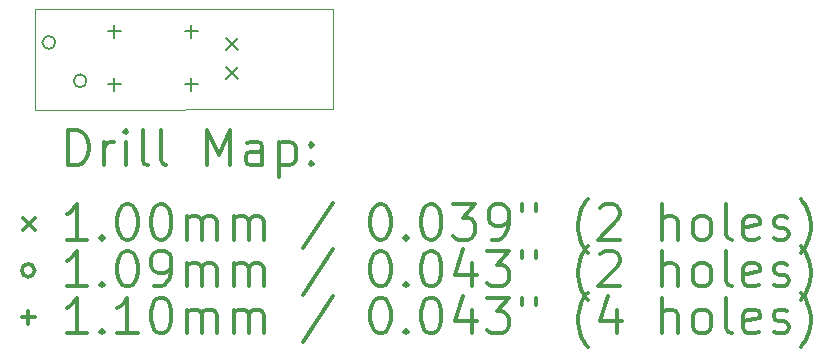
<source format=gbr>
%FSLAX45Y45*%
G04 Gerber Fmt 4.5, Leading zero omitted, Abs format (unit mm)*
G04 Created by KiCad (PCBNEW (5.1.5-0-10_14)) date 2020-09-24 22:40:25*
%MOMM*%
%LPD*%
G04 APERTURE LIST*
%TA.AperFunction,Profile*%
%ADD10C,0.100000*%
%TD*%
%ADD11C,0.200000*%
%ADD12C,0.300000*%
G04 APERTURE END LIST*
D10*
X14915000Y-8600518D02*
X14915000Y-9456422D01*
X17434560Y-8600000D02*
X17436084Y-9450000D01*
X14915000Y-9456422D02*
X17436084Y-9450000D01*
X14915000Y-8600518D02*
X17434560Y-8600000D01*
D11*
X16529850Y-8847556D02*
X16629850Y-8947556D01*
X16629850Y-8847556D02*
X16529850Y-8947556D01*
X16529850Y-9097556D02*
X16629850Y-9197556D01*
X16629850Y-9097556D02*
X16529850Y-9197556D01*
X15085500Y-8887000D02*
G75*
G03X15085500Y-8887000I-54500J0D01*
G01*
X15350500Y-9212000D02*
G75*
G03X15350500Y-9212000I-54500J0D01*
G01*
X15585186Y-8736194D02*
X15585186Y-8846194D01*
X15530186Y-8791194D02*
X15640186Y-8791194D01*
X15585186Y-9186194D02*
X15585186Y-9296194D01*
X15530186Y-9241194D02*
X15640186Y-9241194D01*
X16235186Y-8736194D02*
X16235186Y-8846194D01*
X16180186Y-8791194D02*
X16290186Y-8791194D01*
X16235186Y-9186194D02*
X16235186Y-9296194D01*
X16180186Y-9241194D02*
X16290186Y-9241194D01*
D12*
X15196428Y-9927136D02*
X15196428Y-9627136D01*
X15267857Y-9627136D01*
X15310714Y-9641422D01*
X15339286Y-9669994D01*
X15353571Y-9698565D01*
X15367857Y-9755708D01*
X15367857Y-9798565D01*
X15353571Y-9855708D01*
X15339286Y-9884279D01*
X15310714Y-9912851D01*
X15267857Y-9927136D01*
X15196428Y-9927136D01*
X15496428Y-9927136D02*
X15496428Y-9727136D01*
X15496428Y-9784279D02*
X15510714Y-9755708D01*
X15525000Y-9741422D01*
X15553571Y-9727136D01*
X15582143Y-9727136D01*
X15682143Y-9927136D02*
X15682143Y-9727136D01*
X15682143Y-9627136D02*
X15667857Y-9641422D01*
X15682143Y-9655708D01*
X15696428Y-9641422D01*
X15682143Y-9627136D01*
X15682143Y-9655708D01*
X15867857Y-9927136D02*
X15839286Y-9912851D01*
X15825000Y-9884279D01*
X15825000Y-9627136D01*
X16025000Y-9927136D02*
X15996428Y-9912851D01*
X15982143Y-9884279D01*
X15982143Y-9627136D01*
X16367857Y-9927136D02*
X16367857Y-9627136D01*
X16467857Y-9841422D01*
X16567857Y-9627136D01*
X16567857Y-9927136D01*
X16839286Y-9927136D02*
X16839286Y-9769994D01*
X16825000Y-9741422D01*
X16796428Y-9727136D01*
X16739286Y-9727136D01*
X16710714Y-9741422D01*
X16839286Y-9912851D02*
X16810714Y-9927136D01*
X16739286Y-9927136D01*
X16710714Y-9912851D01*
X16696428Y-9884279D01*
X16696428Y-9855708D01*
X16710714Y-9827136D01*
X16739286Y-9812851D01*
X16810714Y-9812851D01*
X16839286Y-9798565D01*
X16982143Y-9727136D02*
X16982143Y-10027136D01*
X16982143Y-9741422D02*
X17010714Y-9727136D01*
X17067857Y-9727136D01*
X17096428Y-9741422D01*
X17110714Y-9755708D01*
X17125000Y-9784279D01*
X17125000Y-9869994D01*
X17110714Y-9898565D01*
X17096428Y-9912851D01*
X17067857Y-9927136D01*
X17010714Y-9927136D01*
X16982143Y-9912851D01*
X17253571Y-9898565D02*
X17267857Y-9912851D01*
X17253571Y-9927136D01*
X17239286Y-9912851D01*
X17253571Y-9898565D01*
X17253571Y-9927136D01*
X17253571Y-9741422D02*
X17267857Y-9755708D01*
X17253571Y-9769994D01*
X17239286Y-9755708D01*
X17253571Y-9741422D01*
X17253571Y-9769994D01*
X14810000Y-10371422D02*
X14910000Y-10471422D01*
X14910000Y-10371422D02*
X14810000Y-10471422D01*
X15353571Y-10557136D02*
X15182143Y-10557136D01*
X15267857Y-10557136D02*
X15267857Y-10257136D01*
X15239286Y-10299994D01*
X15210714Y-10328565D01*
X15182143Y-10342851D01*
X15482143Y-10528565D02*
X15496428Y-10542851D01*
X15482143Y-10557136D01*
X15467857Y-10542851D01*
X15482143Y-10528565D01*
X15482143Y-10557136D01*
X15682143Y-10257136D02*
X15710714Y-10257136D01*
X15739286Y-10271422D01*
X15753571Y-10285708D01*
X15767857Y-10314279D01*
X15782143Y-10371422D01*
X15782143Y-10442851D01*
X15767857Y-10499994D01*
X15753571Y-10528565D01*
X15739286Y-10542851D01*
X15710714Y-10557136D01*
X15682143Y-10557136D01*
X15653571Y-10542851D01*
X15639286Y-10528565D01*
X15625000Y-10499994D01*
X15610714Y-10442851D01*
X15610714Y-10371422D01*
X15625000Y-10314279D01*
X15639286Y-10285708D01*
X15653571Y-10271422D01*
X15682143Y-10257136D01*
X15967857Y-10257136D02*
X15996428Y-10257136D01*
X16025000Y-10271422D01*
X16039286Y-10285708D01*
X16053571Y-10314279D01*
X16067857Y-10371422D01*
X16067857Y-10442851D01*
X16053571Y-10499994D01*
X16039286Y-10528565D01*
X16025000Y-10542851D01*
X15996428Y-10557136D01*
X15967857Y-10557136D01*
X15939286Y-10542851D01*
X15925000Y-10528565D01*
X15910714Y-10499994D01*
X15896428Y-10442851D01*
X15896428Y-10371422D01*
X15910714Y-10314279D01*
X15925000Y-10285708D01*
X15939286Y-10271422D01*
X15967857Y-10257136D01*
X16196428Y-10557136D02*
X16196428Y-10357136D01*
X16196428Y-10385708D02*
X16210714Y-10371422D01*
X16239286Y-10357136D01*
X16282143Y-10357136D01*
X16310714Y-10371422D01*
X16325000Y-10399994D01*
X16325000Y-10557136D01*
X16325000Y-10399994D02*
X16339286Y-10371422D01*
X16367857Y-10357136D01*
X16410714Y-10357136D01*
X16439286Y-10371422D01*
X16453571Y-10399994D01*
X16453571Y-10557136D01*
X16596428Y-10557136D02*
X16596428Y-10357136D01*
X16596428Y-10385708D02*
X16610714Y-10371422D01*
X16639286Y-10357136D01*
X16682143Y-10357136D01*
X16710714Y-10371422D01*
X16725000Y-10399994D01*
X16725000Y-10557136D01*
X16725000Y-10399994D02*
X16739286Y-10371422D01*
X16767857Y-10357136D01*
X16810714Y-10357136D01*
X16839286Y-10371422D01*
X16853571Y-10399994D01*
X16853571Y-10557136D01*
X17439286Y-10242851D02*
X17182143Y-10628565D01*
X17825000Y-10257136D02*
X17853571Y-10257136D01*
X17882143Y-10271422D01*
X17896428Y-10285708D01*
X17910714Y-10314279D01*
X17925000Y-10371422D01*
X17925000Y-10442851D01*
X17910714Y-10499994D01*
X17896428Y-10528565D01*
X17882143Y-10542851D01*
X17853571Y-10557136D01*
X17825000Y-10557136D01*
X17796428Y-10542851D01*
X17782143Y-10528565D01*
X17767857Y-10499994D01*
X17753571Y-10442851D01*
X17753571Y-10371422D01*
X17767857Y-10314279D01*
X17782143Y-10285708D01*
X17796428Y-10271422D01*
X17825000Y-10257136D01*
X18053571Y-10528565D02*
X18067857Y-10542851D01*
X18053571Y-10557136D01*
X18039286Y-10542851D01*
X18053571Y-10528565D01*
X18053571Y-10557136D01*
X18253571Y-10257136D02*
X18282143Y-10257136D01*
X18310714Y-10271422D01*
X18325000Y-10285708D01*
X18339286Y-10314279D01*
X18353571Y-10371422D01*
X18353571Y-10442851D01*
X18339286Y-10499994D01*
X18325000Y-10528565D01*
X18310714Y-10542851D01*
X18282143Y-10557136D01*
X18253571Y-10557136D01*
X18225000Y-10542851D01*
X18210714Y-10528565D01*
X18196428Y-10499994D01*
X18182143Y-10442851D01*
X18182143Y-10371422D01*
X18196428Y-10314279D01*
X18210714Y-10285708D01*
X18225000Y-10271422D01*
X18253571Y-10257136D01*
X18453571Y-10257136D02*
X18639286Y-10257136D01*
X18539286Y-10371422D01*
X18582143Y-10371422D01*
X18610714Y-10385708D01*
X18625000Y-10399994D01*
X18639286Y-10428565D01*
X18639286Y-10499994D01*
X18625000Y-10528565D01*
X18610714Y-10542851D01*
X18582143Y-10557136D01*
X18496428Y-10557136D01*
X18467857Y-10542851D01*
X18453571Y-10528565D01*
X18782143Y-10557136D02*
X18839286Y-10557136D01*
X18867857Y-10542851D01*
X18882143Y-10528565D01*
X18910714Y-10485708D01*
X18925000Y-10428565D01*
X18925000Y-10314279D01*
X18910714Y-10285708D01*
X18896428Y-10271422D01*
X18867857Y-10257136D01*
X18810714Y-10257136D01*
X18782143Y-10271422D01*
X18767857Y-10285708D01*
X18753571Y-10314279D01*
X18753571Y-10385708D01*
X18767857Y-10414279D01*
X18782143Y-10428565D01*
X18810714Y-10442851D01*
X18867857Y-10442851D01*
X18896428Y-10428565D01*
X18910714Y-10414279D01*
X18925000Y-10385708D01*
X19039286Y-10257136D02*
X19039286Y-10314279D01*
X19153571Y-10257136D02*
X19153571Y-10314279D01*
X19596428Y-10671422D02*
X19582143Y-10657136D01*
X19553571Y-10614279D01*
X19539286Y-10585708D01*
X19525000Y-10542851D01*
X19510714Y-10471422D01*
X19510714Y-10414279D01*
X19525000Y-10342851D01*
X19539286Y-10299994D01*
X19553571Y-10271422D01*
X19582143Y-10228565D01*
X19596428Y-10214279D01*
X19696428Y-10285708D02*
X19710714Y-10271422D01*
X19739286Y-10257136D01*
X19810714Y-10257136D01*
X19839286Y-10271422D01*
X19853571Y-10285708D01*
X19867857Y-10314279D01*
X19867857Y-10342851D01*
X19853571Y-10385708D01*
X19682143Y-10557136D01*
X19867857Y-10557136D01*
X20225000Y-10557136D02*
X20225000Y-10257136D01*
X20353571Y-10557136D02*
X20353571Y-10399994D01*
X20339286Y-10371422D01*
X20310714Y-10357136D01*
X20267857Y-10357136D01*
X20239286Y-10371422D01*
X20225000Y-10385708D01*
X20539286Y-10557136D02*
X20510714Y-10542851D01*
X20496428Y-10528565D01*
X20482143Y-10499994D01*
X20482143Y-10414279D01*
X20496428Y-10385708D01*
X20510714Y-10371422D01*
X20539286Y-10357136D01*
X20582143Y-10357136D01*
X20610714Y-10371422D01*
X20625000Y-10385708D01*
X20639286Y-10414279D01*
X20639286Y-10499994D01*
X20625000Y-10528565D01*
X20610714Y-10542851D01*
X20582143Y-10557136D01*
X20539286Y-10557136D01*
X20810714Y-10557136D02*
X20782143Y-10542851D01*
X20767857Y-10514279D01*
X20767857Y-10257136D01*
X21039286Y-10542851D02*
X21010714Y-10557136D01*
X20953571Y-10557136D01*
X20925000Y-10542851D01*
X20910714Y-10514279D01*
X20910714Y-10399994D01*
X20925000Y-10371422D01*
X20953571Y-10357136D01*
X21010714Y-10357136D01*
X21039286Y-10371422D01*
X21053571Y-10399994D01*
X21053571Y-10428565D01*
X20910714Y-10457136D01*
X21167857Y-10542851D02*
X21196428Y-10557136D01*
X21253571Y-10557136D01*
X21282143Y-10542851D01*
X21296428Y-10514279D01*
X21296428Y-10499994D01*
X21282143Y-10471422D01*
X21253571Y-10457136D01*
X21210714Y-10457136D01*
X21182143Y-10442851D01*
X21167857Y-10414279D01*
X21167857Y-10399994D01*
X21182143Y-10371422D01*
X21210714Y-10357136D01*
X21253571Y-10357136D01*
X21282143Y-10371422D01*
X21396428Y-10671422D02*
X21410714Y-10657136D01*
X21439286Y-10614279D01*
X21453571Y-10585708D01*
X21467857Y-10542851D01*
X21482143Y-10471422D01*
X21482143Y-10414279D01*
X21467857Y-10342851D01*
X21453571Y-10299994D01*
X21439286Y-10271422D01*
X21410714Y-10228565D01*
X21396428Y-10214279D01*
X14910000Y-10817422D02*
G75*
G03X14910000Y-10817422I-54500J0D01*
G01*
X15353571Y-10953136D02*
X15182143Y-10953136D01*
X15267857Y-10953136D02*
X15267857Y-10653136D01*
X15239286Y-10695994D01*
X15210714Y-10724565D01*
X15182143Y-10738851D01*
X15482143Y-10924565D02*
X15496428Y-10938851D01*
X15482143Y-10953136D01*
X15467857Y-10938851D01*
X15482143Y-10924565D01*
X15482143Y-10953136D01*
X15682143Y-10653136D02*
X15710714Y-10653136D01*
X15739286Y-10667422D01*
X15753571Y-10681708D01*
X15767857Y-10710279D01*
X15782143Y-10767422D01*
X15782143Y-10838851D01*
X15767857Y-10895994D01*
X15753571Y-10924565D01*
X15739286Y-10938851D01*
X15710714Y-10953136D01*
X15682143Y-10953136D01*
X15653571Y-10938851D01*
X15639286Y-10924565D01*
X15625000Y-10895994D01*
X15610714Y-10838851D01*
X15610714Y-10767422D01*
X15625000Y-10710279D01*
X15639286Y-10681708D01*
X15653571Y-10667422D01*
X15682143Y-10653136D01*
X15925000Y-10953136D02*
X15982143Y-10953136D01*
X16010714Y-10938851D01*
X16025000Y-10924565D01*
X16053571Y-10881708D01*
X16067857Y-10824565D01*
X16067857Y-10710279D01*
X16053571Y-10681708D01*
X16039286Y-10667422D01*
X16010714Y-10653136D01*
X15953571Y-10653136D01*
X15925000Y-10667422D01*
X15910714Y-10681708D01*
X15896428Y-10710279D01*
X15896428Y-10781708D01*
X15910714Y-10810279D01*
X15925000Y-10824565D01*
X15953571Y-10838851D01*
X16010714Y-10838851D01*
X16039286Y-10824565D01*
X16053571Y-10810279D01*
X16067857Y-10781708D01*
X16196428Y-10953136D02*
X16196428Y-10753136D01*
X16196428Y-10781708D02*
X16210714Y-10767422D01*
X16239286Y-10753136D01*
X16282143Y-10753136D01*
X16310714Y-10767422D01*
X16325000Y-10795994D01*
X16325000Y-10953136D01*
X16325000Y-10795994D02*
X16339286Y-10767422D01*
X16367857Y-10753136D01*
X16410714Y-10753136D01*
X16439286Y-10767422D01*
X16453571Y-10795994D01*
X16453571Y-10953136D01*
X16596428Y-10953136D02*
X16596428Y-10753136D01*
X16596428Y-10781708D02*
X16610714Y-10767422D01*
X16639286Y-10753136D01*
X16682143Y-10753136D01*
X16710714Y-10767422D01*
X16725000Y-10795994D01*
X16725000Y-10953136D01*
X16725000Y-10795994D02*
X16739286Y-10767422D01*
X16767857Y-10753136D01*
X16810714Y-10753136D01*
X16839286Y-10767422D01*
X16853571Y-10795994D01*
X16853571Y-10953136D01*
X17439286Y-10638851D02*
X17182143Y-11024565D01*
X17825000Y-10653136D02*
X17853571Y-10653136D01*
X17882143Y-10667422D01*
X17896428Y-10681708D01*
X17910714Y-10710279D01*
X17925000Y-10767422D01*
X17925000Y-10838851D01*
X17910714Y-10895994D01*
X17896428Y-10924565D01*
X17882143Y-10938851D01*
X17853571Y-10953136D01*
X17825000Y-10953136D01*
X17796428Y-10938851D01*
X17782143Y-10924565D01*
X17767857Y-10895994D01*
X17753571Y-10838851D01*
X17753571Y-10767422D01*
X17767857Y-10710279D01*
X17782143Y-10681708D01*
X17796428Y-10667422D01*
X17825000Y-10653136D01*
X18053571Y-10924565D02*
X18067857Y-10938851D01*
X18053571Y-10953136D01*
X18039286Y-10938851D01*
X18053571Y-10924565D01*
X18053571Y-10953136D01*
X18253571Y-10653136D02*
X18282143Y-10653136D01*
X18310714Y-10667422D01*
X18325000Y-10681708D01*
X18339286Y-10710279D01*
X18353571Y-10767422D01*
X18353571Y-10838851D01*
X18339286Y-10895994D01*
X18325000Y-10924565D01*
X18310714Y-10938851D01*
X18282143Y-10953136D01*
X18253571Y-10953136D01*
X18225000Y-10938851D01*
X18210714Y-10924565D01*
X18196428Y-10895994D01*
X18182143Y-10838851D01*
X18182143Y-10767422D01*
X18196428Y-10710279D01*
X18210714Y-10681708D01*
X18225000Y-10667422D01*
X18253571Y-10653136D01*
X18610714Y-10753136D02*
X18610714Y-10953136D01*
X18539286Y-10638851D02*
X18467857Y-10853136D01*
X18653571Y-10853136D01*
X18739286Y-10653136D02*
X18925000Y-10653136D01*
X18825000Y-10767422D01*
X18867857Y-10767422D01*
X18896428Y-10781708D01*
X18910714Y-10795994D01*
X18925000Y-10824565D01*
X18925000Y-10895994D01*
X18910714Y-10924565D01*
X18896428Y-10938851D01*
X18867857Y-10953136D01*
X18782143Y-10953136D01*
X18753571Y-10938851D01*
X18739286Y-10924565D01*
X19039286Y-10653136D02*
X19039286Y-10710279D01*
X19153571Y-10653136D02*
X19153571Y-10710279D01*
X19596428Y-11067422D02*
X19582143Y-11053136D01*
X19553571Y-11010279D01*
X19539286Y-10981708D01*
X19525000Y-10938851D01*
X19510714Y-10867422D01*
X19510714Y-10810279D01*
X19525000Y-10738851D01*
X19539286Y-10695994D01*
X19553571Y-10667422D01*
X19582143Y-10624565D01*
X19596428Y-10610279D01*
X19696428Y-10681708D02*
X19710714Y-10667422D01*
X19739286Y-10653136D01*
X19810714Y-10653136D01*
X19839286Y-10667422D01*
X19853571Y-10681708D01*
X19867857Y-10710279D01*
X19867857Y-10738851D01*
X19853571Y-10781708D01*
X19682143Y-10953136D01*
X19867857Y-10953136D01*
X20225000Y-10953136D02*
X20225000Y-10653136D01*
X20353571Y-10953136D02*
X20353571Y-10795994D01*
X20339286Y-10767422D01*
X20310714Y-10753136D01*
X20267857Y-10753136D01*
X20239286Y-10767422D01*
X20225000Y-10781708D01*
X20539286Y-10953136D02*
X20510714Y-10938851D01*
X20496428Y-10924565D01*
X20482143Y-10895994D01*
X20482143Y-10810279D01*
X20496428Y-10781708D01*
X20510714Y-10767422D01*
X20539286Y-10753136D01*
X20582143Y-10753136D01*
X20610714Y-10767422D01*
X20625000Y-10781708D01*
X20639286Y-10810279D01*
X20639286Y-10895994D01*
X20625000Y-10924565D01*
X20610714Y-10938851D01*
X20582143Y-10953136D01*
X20539286Y-10953136D01*
X20810714Y-10953136D02*
X20782143Y-10938851D01*
X20767857Y-10910279D01*
X20767857Y-10653136D01*
X21039286Y-10938851D02*
X21010714Y-10953136D01*
X20953571Y-10953136D01*
X20925000Y-10938851D01*
X20910714Y-10910279D01*
X20910714Y-10795994D01*
X20925000Y-10767422D01*
X20953571Y-10753136D01*
X21010714Y-10753136D01*
X21039286Y-10767422D01*
X21053571Y-10795994D01*
X21053571Y-10824565D01*
X20910714Y-10853136D01*
X21167857Y-10938851D02*
X21196428Y-10953136D01*
X21253571Y-10953136D01*
X21282143Y-10938851D01*
X21296428Y-10910279D01*
X21296428Y-10895994D01*
X21282143Y-10867422D01*
X21253571Y-10853136D01*
X21210714Y-10853136D01*
X21182143Y-10838851D01*
X21167857Y-10810279D01*
X21167857Y-10795994D01*
X21182143Y-10767422D01*
X21210714Y-10753136D01*
X21253571Y-10753136D01*
X21282143Y-10767422D01*
X21396428Y-11067422D02*
X21410714Y-11053136D01*
X21439286Y-11010279D01*
X21453571Y-10981708D01*
X21467857Y-10938851D01*
X21482143Y-10867422D01*
X21482143Y-10810279D01*
X21467857Y-10738851D01*
X21453571Y-10695994D01*
X21439286Y-10667422D01*
X21410714Y-10624565D01*
X21396428Y-10610279D01*
X14855000Y-11158422D02*
X14855000Y-11268422D01*
X14800000Y-11213422D02*
X14910000Y-11213422D01*
X15353571Y-11349136D02*
X15182143Y-11349136D01*
X15267857Y-11349136D02*
X15267857Y-11049136D01*
X15239286Y-11091994D01*
X15210714Y-11120565D01*
X15182143Y-11134851D01*
X15482143Y-11320565D02*
X15496428Y-11334851D01*
X15482143Y-11349136D01*
X15467857Y-11334851D01*
X15482143Y-11320565D01*
X15482143Y-11349136D01*
X15782143Y-11349136D02*
X15610714Y-11349136D01*
X15696428Y-11349136D02*
X15696428Y-11049136D01*
X15667857Y-11091994D01*
X15639286Y-11120565D01*
X15610714Y-11134851D01*
X15967857Y-11049136D02*
X15996428Y-11049136D01*
X16025000Y-11063422D01*
X16039286Y-11077708D01*
X16053571Y-11106279D01*
X16067857Y-11163422D01*
X16067857Y-11234851D01*
X16053571Y-11291993D01*
X16039286Y-11320565D01*
X16025000Y-11334851D01*
X15996428Y-11349136D01*
X15967857Y-11349136D01*
X15939286Y-11334851D01*
X15925000Y-11320565D01*
X15910714Y-11291993D01*
X15896428Y-11234851D01*
X15896428Y-11163422D01*
X15910714Y-11106279D01*
X15925000Y-11077708D01*
X15939286Y-11063422D01*
X15967857Y-11049136D01*
X16196428Y-11349136D02*
X16196428Y-11149136D01*
X16196428Y-11177708D02*
X16210714Y-11163422D01*
X16239286Y-11149136D01*
X16282143Y-11149136D01*
X16310714Y-11163422D01*
X16325000Y-11191993D01*
X16325000Y-11349136D01*
X16325000Y-11191993D02*
X16339286Y-11163422D01*
X16367857Y-11149136D01*
X16410714Y-11149136D01*
X16439286Y-11163422D01*
X16453571Y-11191993D01*
X16453571Y-11349136D01*
X16596428Y-11349136D02*
X16596428Y-11149136D01*
X16596428Y-11177708D02*
X16610714Y-11163422D01*
X16639286Y-11149136D01*
X16682143Y-11149136D01*
X16710714Y-11163422D01*
X16725000Y-11191993D01*
X16725000Y-11349136D01*
X16725000Y-11191993D02*
X16739286Y-11163422D01*
X16767857Y-11149136D01*
X16810714Y-11149136D01*
X16839286Y-11163422D01*
X16853571Y-11191993D01*
X16853571Y-11349136D01*
X17439286Y-11034851D02*
X17182143Y-11420565D01*
X17825000Y-11049136D02*
X17853571Y-11049136D01*
X17882143Y-11063422D01*
X17896428Y-11077708D01*
X17910714Y-11106279D01*
X17925000Y-11163422D01*
X17925000Y-11234851D01*
X17910714Y-11291993D01*
X17896428Y-11320565D01*
X17882143Y-11334851D01*
X17853571Y-11349136D01*
X17825000Y-11349136D01*
X17796428Y-11334851D01*
X17782143Y-11320565D01*
X17767857Y-11291993D01*
X17753571Y-11234851D01*
X17753571Y-11163422D01*
X17767857Y-11106279D01*
X17782143Y-11077708D01*
X17796428Y-11063422D01*
X17825000Y-11049136D01*
X18053571Y-11320565D02*
X18067857Y-11334851D01*
X18053571Y-11349136D01*
X18039286Y-11334851D01*
X18053571Y-11320565D01*
X18053571Y-11349136D01*
X18253571Y-11049136D02*
X18282143Y-11049136D01*
X18310714Y-11063422D01*
X18325000Y-11077708D01*
X18339286Y-11106279D01*
X18353571Y-11163422D01*
X18353571Y-11234851D01*
X18339286Y-11291993D01*
X18325000Y-11320565D01*
X18310714Y-11334851D01*
X18282143Y-11349136D01*
X18253571Y-11349136D01*
X18225000Y-11334851D01*
X18210714Y-11320565D01*
X18196428Y-11291993D01*
X18182143Y-11234851D01*
X18182143Y-11163422D01*
X18196428Y-11106279D01*
X18210714Y-11077708D01*
X18225000Y-11063422D01*
X18253571Y-11049136D01*
X18610714Y-11149136D02*
X18610714Y-11349136D01*
X18539286Y-11034851D02*
X18467857Y-11249136D01*
X18653571Y-11249136D01*
X18739286Y-11049136D02*
X18925000Y-11049136D01*
X18825000Y-11163422D01*
X18867857Y-11163422D01*
X18896428Y-11177708D01*
X18910714Y-11191993D01*
X18925000Y-11220565D01*
X18925000Y-11291993D01*
X18910714Y-11320565D01*
X18896428Y-11334851D01*
X18867857Y-11349136D01*
X18782143Y-11349136D01*
X18753571Y-11334851D01*
X18739286Y-11320565D01*
X19039286Y-11049136D02*
X19039286Y-11106279D01*
X19153571Y-11049136D02*
X19153571Y-11106279D01*
X19596428Y-11463422D02*
X19582143Y-11449136D01*
X19553571Y-11406279D01*
X19539286Y-11377708D01*
X19525000Y-11334851D01*
X19510714Y-11263422D01*
X19510714Y-11206279D01*
X19525000Y-11134851D01*
X19539286Y-11091994D01*
X19553571Y-11063422D01*
X19582143Y-11020565D01*
X19596428Y-11006279D01*
X19839286Y-11149136D02*
X19839286Y-11349136D01*
X19767857Y-11034851D02*
X19696428Y-11249136D01*
X19882143Y-11249136D01*
X20225000Y-11349136D02*
X20225000Y-11049136D01*
X20353571Y-11349136D02*
X20353571Y-11191993D01*
X20339286Y-11163422D01*
X20310714Y-11149136D01*
X20267857Y-11149136D01*
X20239286Y-11163422D01*
X20225000Y-11177708D01*
X20539286Y-11349136D02*
X20510714Y-11334851D01*
X20496428Y-11320565D01*
X20482143Y-11291993D01*
X20482143Y-11206279D01*
X20496428Y-11177708D01*
X20510714Y-11163422D01*
X20539286Y-11149136D01*
X20582143Y-11149136D01*
X20610714Y-11163422D01*
X20625000Y-11177708D01*
X20639286Y-11206279D01*
X20639286Y-11291993D01*
X20625000Y-11320565D01*
X20610714Y-11334851D01*
X20582143Y-11349136D01*
X20539286Y-11349136D01*
X20810714Y-11349136D02*
X20782143Y-11334851D01*
X20767857Y-11306279D01*
X20767857Y-11049136D01*
X21039286Y-11334851D02*
X21010714Y-11349136D01*
X20953571Y-11349136D01*
X20925000Y-11334851D01*
X20910714Y-11306279D01*
X20910714Y-11191993D01*
X20925000Y-11163422D01*
X20953571Y-11149136D01*
X21010714Y-11149136D01*
X21039286Y-11163422D01*
X21053571Y-11191993D01*
X21053571Y-11220565D01*
X20910714Y-11249136D01*
X21167857Y-11334851D02*
X21196428Y-11349136D01*
X21253571Y-11349136D01*
X21282143Y-11334851D01*
X21296428Y-11306279D01*
X21296428Y-11291993D01*
X21282143Y-11263422D01*
X21253571Y-11249136D01*
X21210714Y-11249136D01*
X21182143Y-11234851D01*
X21167857Y-11206279D01*
X21167857Y-11191993D01*
X21182143Y-11163422D01*
X21210714Y-11149136D01*
X21253571Y-11149136D01*
X21282143Y-11163422D01*
X21396428Y-11463422D02*
X21410714Y-11449136D01*
X21439286Y-11406279D01*
X21453571Y-11377708D01*
X21467857Y-11334851D01*
X21482143Y-11263422D01*
X21482143Y-11206279D01*
X21467857Y-11134851D01*
X21453571Y-11091994D01*
X21439286Y-11063422D01*
X21410714Y-11020565D01*
X21396428Y-11006279D01*
M02*

</source>
